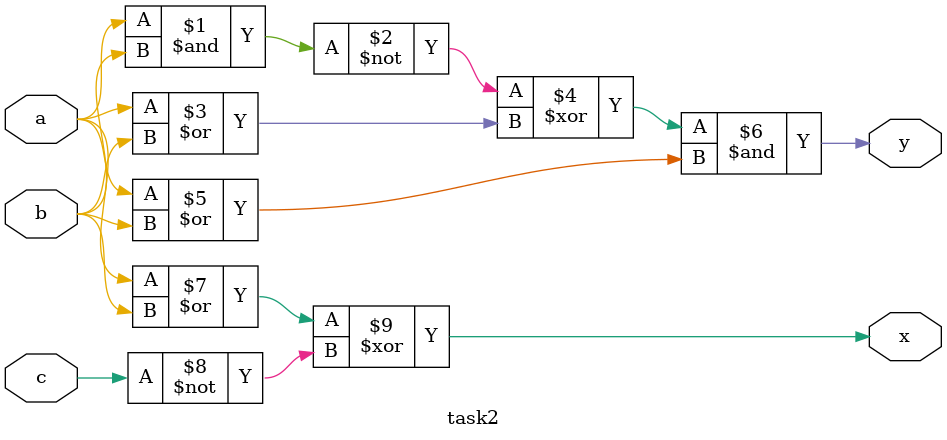
<source format=sv>
`timescale 1ns / 1ps


    module task2(input a,b,c,
                 output x,y
                 );
       assign y = ((~(a&b))^(a|b))&(a|b);
       assign x =  (a|b)^(~c);
   
endmodule

</source>
